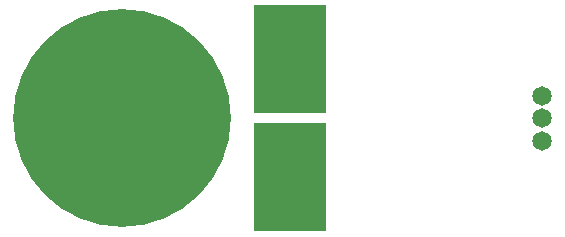
<source format=gts>
G75*
%MOIN*%
%OFA0B0*%
%FSLAX24Y24*%
%IPPOS*%
%LPD*%
%AMOC8*
5,1,8,0,0,1.08239X$1,22.5*
%
%ADD10C,0.0651*%
%ADD11R,0.2422X0.3603*%
%ADD12C,0.0397*%
%ADD13C,0.7260*%
D10*
X018680Y003928D03*
X018680Y004680D03*
X018680Y005432D03*
D11*
X010255Y006649D03*
X010255Y002711D03*
D12*
X011042Y002448D03*
X011042Y001924D03*
X010885Y001452D03*
X010530Y001176D03*
X009979Y001176D03*
X009625Y001452D03*
X009467Y001924D03*
X009467Y002448D03*
X009467Y002975D03*
X009467Y003499D03*
X009625Y003971D03*
X009979Y004247D03*
X010530Y004247D03*
X010885Y003971D03*
X011042Y003499D03*
X011042Y002975D03*
X010530Y005113D03*
X010885Y005389D03*
X011042Y005861D03*
X011042Y006385D03*
X011042Y006912D03*
X011042Y007436D03*
X010885Y007908D03*
X010530Y008184D03*
X009979Y008184D03*
X009625Y007908D03*
X009467Y007436D03*
X009467Y006912D03*
X009467Y006385D03*
X009467Y005861D03*
X009625Y005389D03*
X009979Y005113D03*
D13*
X004680Y004680D03*
M02*

</source>
